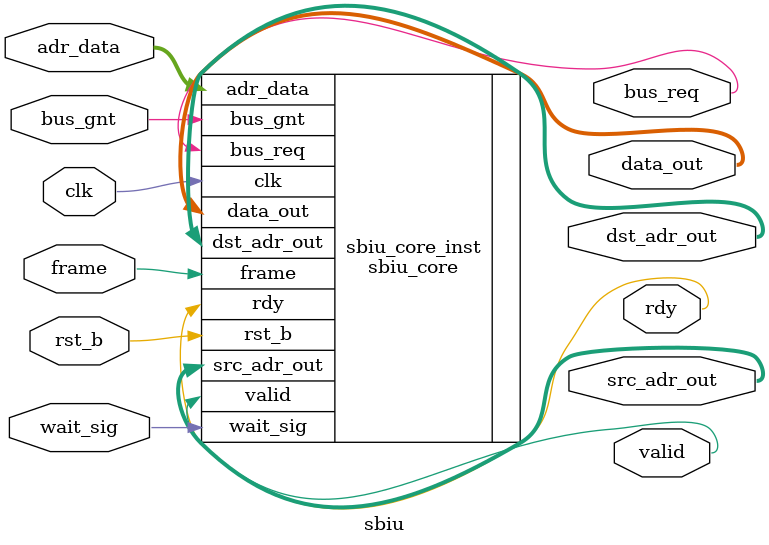
<source format=v>
`timescale 1ns/1ns

module sbiu (
   clk,
   rst_b,
   rdy,
   frame,
   adr_data,
   bus_req,
   bus_gnt,
   wait_sig,
   valid,
   src_adr_out,
   dst_adr_out,
   data_out
);

// Input Ports
input        clk;
input        rst_b;
input        frame;
input  [7:0] adr_data;
input        bus_gnt;
input        wait_sig;

// Output Ports
output       rdy;
output       bus_req;
output       valid;
output [7:0] src_adr_out;
output [7:0] dst_adr_out;
output [7:0] data_out;

// Core Instance
sbiu_core sbiu_core_inst(
   .clk(clk),
   .rst_b(rst_b),
   .frame(frame),
   .adr_data(adr_data),
   .bus_gnt(bus_gnt),
   .wait_sig(wait_sig),
   .rdy(rdy),
   .bus_req(bus_req),
   .valid(valid),
   .src_adr_out(src_adr_out),
   .dst_adr_out(dst_adr_out),
   .data_out(data_out)
);

endmodule


</source>
